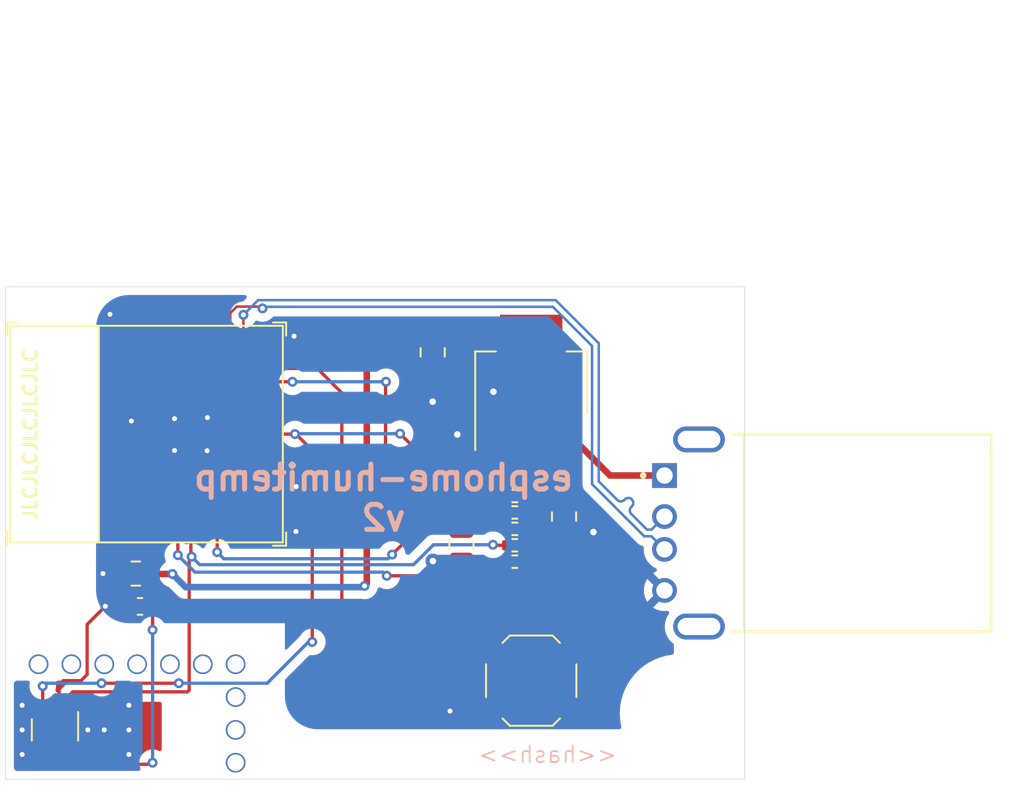
<source format=kicad_pcb>
(kicad_pcb (version 20221018) (generator pcbnew)
  (title_block (rev "1"))
  (layers (0 "F.Cu" signal "Front") (31 "B.Cu" signal "Back") (34 "B.Paste" user) (35 "F.Paste" user) (36 "B.SilkS" user "B.Silkscreen") (37 "F.SilkS" user "F.Silkscreen") (38 "B.Mask" user) (39 "F.Mask" user) (44 "Edge.Cuts" user))
  (net 0 "")
  (net 1 "VBUS")
  (net 2 "GND")
  (net 3 "+3V3")
  (net 4 "/EN")
  (net 5 "/GPIO0")
  (net 6 "D-")
  (net 7 "SDA")
  (net 8 "SCL")
  (net 9 "D+")
  (net 10 "Net-(U4-GPIO2{slash}ADC1_CH2)")
  (net 11 "Net-(U4-GPIO8)")
  (footprint "Resistor_SMD:R_0402_1005Metric" (layer "F.Cu") (at 121 66.75 180)
    (fp_text reference "R5" hide)
    (fp_text value "10k")
    (fp_line (start -0.153641 -0.38) (end 0.153641 -0.38) (stroke (width 0.12)) (layer "F.SilkS"))
    (fp_line (start -0.153641 0.38) (end 0.153641 0.38) (stroke (width 0.12)) (layer "F.SilkS"))
    (pad "1" smd roundrect (at -0.51 0 180) (size 0.54 0.64) (layers "F.Cu" "F.Paste" "F.Mask") (net 3 "+3V3"))
    (pad "2" smd roundrect (at 0.51 0 180) (size 0.54 0.64) (layers "F.Cu" "F.Paste" "F.Mask") (net 10 "Net-(U4-GPIO2{slash}ADC1_CH2)"))
  )
  (footprint "Capacitor_SMD:C_0805_2012Metric" (layer "F.Cu") (at 117.75 65.75 90)
    (fp_text reference "C4" hide)
    (fp_text value "10u")
    (fp_line (start -0.261252 -0.735) (end 0.261252 -0.735) (stroke (width 0.12)) (layer "F.SilkS"))
    (fp_line (start -0.261252 0.735) (end 0.261252 0.735) (stroke (width 0.12)) (layer "F.SilkS"))
    (pad "1" smd roundrect (at -0.95 0 90) (size 1 1.45) (layers "F.Cu" "F.Paste" "F.Mask") (net 2 "GND"))
    (pad "2" smd roundrect (at 0.95 0 90) (size 1 1.45) (layers "F.Cu" "F.Paste" "F.Mask") (net 4 "/EN"))
  )
  (footprint "MountingHole:MountingHole_3.2mm_M3" (layer "F.Cu") (at 131 76)
    (fp_text reference "H2" hide)
    (fp_text value "MountingHole")
    (pad "" np_thru_hole circle (at 0 0) (size 3.2 3.2) (drill 3.2) (layers "*.Cu" "*.Mask"))
  )
  (footprint "Resistor_SMD:R_0402_1005Metric" (layer "F.Cu") (at 121 63.75 180)
    (fp_text reference "R6" hide)
    (fp_text value "10k")
    (fp_line (start -0.153641 -0.38) (end 0.153641 -0.38) (stroke (width 0.12)) (layer "F.SilkS"))
    (fp_line (start -0.153641 0.38) (end 0.153641 0.38) (stroke (width 0.12)) (layer "F.SilkS"))
    (pad "1" smd roundrect (at -0.51 0 180) (size 0.54 0.64) (layers "F.Cu" "F.Paste" "F.Mask") (net 3 "+3V3"))
    (pad "2" smd roundrect (at 0.51 0 180) (size 0.54 0.64) (layers "F.Cu" "F.Paste" "F.Mask") (net 11 "Net-(U4-GPIO8)"))
  )
  (footprint "MountingHole:MountingHole_3.2mm_M3" (layer "F.Cu") (at 131 54)
    (fp_text reference "H1" hide)
    (fp_text value "MountingHole")
    (pad "" np_thru_hole circle (at 0 0) (size 3.2 3.2) (drill 3.2) (layers "*.Cu" "*.Mask"))
  )
  (footprint "Button_Switch_SMD:SW_Push_1P1T_XKB_TS-1187A" (layer "F.Cu") (at 122 74)
    (fp_text reference "SW1" hide)
    (fp_text value "RESET")
    (fp_line (start -2.75 -1) (end -2.75 1) (stroke (width 0.12)) (layer "F.SilkS"))
    (fp_line (start -1.75 -2.3) (end -1.3 -2.75) (stroke (width 0.12)) (layer "F.SilkS"))
    (fp_line (start -1.75 2.3) (end -1.3 2.75) (stroke (width 0.12)) (layer "F.SilkS"))
    (fp_line (start -1.3 -2.75) (end 1.3 -2.75) (stroke (width 0.12)) (layer "F.SilkS"))
    (fp_line (start -1.3 2.75) (end 1.3 2.75) (stroke (width 0.12)) (layer "F.SilkS"))
    (fp_line (start 1.75 -2.3) (end 1.3 -2.75) (stroke (width 0.12)) (layer "F.SilkS"))
    (fp_line (start 1.75 2.3) (end 1.3 2.75) (stroke (width 0.12)) (layer "F.SilkS"))
    (fp_line (start 2.75 -1) (end 2.75 1) (stroke (width 0.12)) (layer "F.SilkS"))
    (pad "1" smd rect (at -3 -1.875) (size 1 0.75) (layers "F.Cu" "F.Paste" "F.Mask") (net 5 "/GPIO0"))
    (pad "1" smd rect (at 3 -1.875) (size 1 0.75) (layers "F.Cu" "F.Paste" "F.Mask") (net 5 "/GPIO0"))
    (pad "2" smd rect (at -3 1.875) (size 1 0.75) (layers "F.Cu" "F.Paste" "F.Mask") (net 2 "GND"))
    (pad "2" smd rect (at 3 1.875) (size 1 0.75) (layers "F.Cu" "F.Paste" "F.Mask") (net 2 "GND"))
  )
  (footprint "Sensor_Humidity:Sensirion_DFN-8-1EP_2.5x2.5mm_P0.5mm_EP1.1x1.7mm" (layer "F.Cu") (at 93 77 -90)
    (fp_text reference "U1" hide)
    (fp_text value "SHT3x")
    (fp_line (start -1.09 -1.41) (end 0.65 -1.41) (stroke (width 0.12)) (layer "F.SilkS"))
    (fp_line (start -0.65 1.41) (end 0.65 1.41) (stroke (width 0.12)) (layer "F.SilkS"))
    (pad "1" smd rect (at -1.175 -0.75 270) (size 0.55 0.25) (layers "F.Cu" "F.Paste" "F.Mask") (net 7 "SDA"))
    (pad "2" smd rect (at -1.175 -0.25 270) (size 0.55 0.25) (layers "F.Cu" "F.Paste" "F.Mask") (net 2 "GND"))
    (pad "3" smd rect (at -1.175 0.25 270) (size 0.55 0.25) (layers "F.Cu" "F.Paste" "F.Mask"))
    (pad "4" smd rect (at -1.175 0.75 90) (size 0.55 0.25) (layers "F.Cu" "F.Paste" "F.Mask") (net 8 "SCL"))
    (pad "5" smd rect (at 1.175 0.75 270) (size 0.55 0.25) (layers "F.Cu" "F.Paste" "F.Mask") (net 3 "+3V3"))
    (pad "6" smd rect (at 1.175 0.25 270) (size 0.55 0.25) (layers "F.Cu" "F.Paste" "F.Mask"))
    (pad "7" smd rect (at 1.175 -0.25 270) (size 0.55 0.25) (layers "F.Cu" "F.Paste" "F.Mask") (net 2 "GND"))
    (pad "8" smd rect (at 1.175 -0.75 270) (size 0.55 0.25) (layers "F.Cu" "F.Paste" "F.Mask") (net 2 "GND"))
    (pad "9" smd custom (at 0 0 270) (size 1 1) (layers "F.Cu" "F.Mask") (net 2 "GND") (options (clearance outline) (anchor circle)) (primitives (gr_poly (pts (xy 0.5 0.85) (xy -0.5 0.85) (xy -0.5 -0.55) (xy -0.2 -0.85) (xy 0.5 -0.85)) (width 0) (fill yes))))
  )
  (footprint "Resistor_SMD:R_0402_1005Metric" (layer "F.Cu") (at 121 64.75 180)
    (fp_text reference "R4" hide)
    (fp_text value "10k")
    (fp_line (start -0.153641 -0.38) (end 0.153641 -0.38) (stroke (width 0.12)) (layer "F.SilkS"))
    (fp_line (start -0.153641 0.38) (end 0.153641 0.38) (stroke (width 0.12)) (layer "F.SilkS"))
    (pad "1" smd roundrect (at -0.51 0 180) (size 0.54 0.64) (layers "F.Cu" "F.Paste" "F.Mask") (net 3 "+3V3"))
    (pad "2" smd roundrect (at 0.51 0 180) (size 0.54 0.64) (layers "F.Cu" "F.Paste" "F.Mask") (net 4 "/EN"))
  )
  (footprint "Capacitor_SMD:C_0805_2012Metric" (layer "F.Cu") (at 124 64 -90)
    (fp_text reference "C1" hide)
    (fp_text value "1uF")
    (fp_line (start -0.261252 -0.735) (end 0.261252 -0.735) (stroke (width 0.12)) (layer "F.SilkS"))
    (fp_line (start -0.261252 0.735) (end 0.261252 0.735) (stroke (width 0.12)) (layer "F.SilkS"))
    (pad "1" smd roundrect (at -0.95 0 270) (size 1 1.45) (layers "F.Cu" "F.Paste" "F.Mask") (net 1 "VBUS"))
    (pad "2" smd roundrect (at 0.95 0 270) (size 1 1.45) (layers "F.Cu" "F.Paste" "F.Mask") (net 2 "GND"))
  )
  (footprint "Resistor_SMD:R_0402_1005Metric" (layer "F.Cu") (at 121 62.75 180)
    (fp_text reference "R3" hide)
    (fp_text value "10k")
    (fp_line (start -0.153641 -0.38) (end 0.153641 -0.38) (stroke (width 0.12)) (layer "F.SilkS"))
    (fp_line (start -0.153641 0.38) (end 0.153641 0.38) (stroke (width 0.12)) (layer "F.SilkS"))
    (pad "1" smd roundrect (at -0.51 0 180) (size 0.54 0.64) (layers "F.Cu" "F.Paste" "F.Mask") (net 3 "+3V3"))
    (pad "2" smd roundrect (at 0.51 0 180) (size 0.54 0.64) (layers "F.Cu" "F.Paste" "F.Mask") (net 8 "SCL"))
  )
  (footprint "MountingHole:MountingHole_3.2mm_M3" (layer "F.Cu") (at 100 36)
    (fp_text reference "H4" hide)
    (fp_text value "MountingHole")
    (pad "" np_thru_hole circle (at 0 0) (size 3.2 3.2) (drill 3.2) (layers "*.Cu" "*.Mask"))
  )
  (footprint "Capacitor_SMD:C_0603_1608Metric" (layer "F.Cu") (at 98.175 69.475)
    (fp_text reference "C5" hide)
    (fp_text value "0.1u")
    (fp_line (start -0.14058 -0.51) (end 0.14058 -0.51) (stroke (width 0.12)) (layer "F.SilkS"))
    (fp_line (start -0.14058 0.51) (end 0.14058 0.51) (stroke (width 0.12)) (layer "F.SilkS"))
    (pad "1" smd roundrect (at -0.775 0) (size 0.9 0.95) (layers "F.Cu" "F.Paste" "F.Mask") (net 2 "GND"))
    (pad "2" smd roundrect (at 0.775 0) (size 0.9 0.95) (layers "F.Cu" "F.Paste" "F.Mask") (net 3 "+3V3"))
  )
  (footprint "Capacitor_SMD:C_0805_2012Metric" (layer "F.Cu") (at 116 54 -90)
    (fp_text reference "C2" hide)
    (fp_text value "1uF")
    (fp_line (start -0.261252 -0.735) (end 0.261252 -0.735) (stroke (width 0.12)) (layer "F.SilkS"))
    (fp_line (start -0.261252 0.735) (end 0.261252 0.735) (stroke (width 0.12)) (layer "F.SilkS"))
    (pad "1" smd roundrect (at -0.95 0 270) (size 1 1.45) (layers "F.Cu" "F.Paste" "F.Mask") (net 3 "+3V3"))
    (pad "2" smd roundrect (at 0.95 0 270) (size 1 1.45) (layers "F.Cu" "F.Paste" "F.Mask") (net 2 "GND"))
  )
  (footprint "Resistor_SMD:R_0402_1005Metric" (layer "F.Cu") (at 121 65.75 180)
    (fp_text reference "R2" hide)
    (fp_text value "10k")
    (fp_line (start -0.153641 -0.38) (end 0.153641 -0.38) (stroke (width 0.12)) (layer "F.SilkS"))
    (fp_line (start -0.153641 0.38) (end 0.153641 0.38) (stroke (width 0.12)) (layer "F.SilkS"))
    (pad "1" smd roundrect (at -0.51 0 180) (size 0.54 0.64) (layers "F.Cu" "F.Paste" "F.Mask") (net 3 "+3V3"))
    (pad "2" smd roundrect (at 0.51 0 180) (size 0.54 0.64) (layers "F.Cu" "F.Paste" "F.Mask") (net 7 "SDA"))
  )
  (footprint "esphome-humitemp:MOLEX_48037-0001" (layer "F.Cu") (at 132.217865 65 90)
    (fp_text reference "J2" hide)
    (fp_text value "USB_IN")
    (fp_line (start -6 2) (end -6 2.75) (stroke (width 0.127)) (layer "F.SilkS"))
    (fp_line (start -6 2.75) (end -6 17.8) (stroke (width 0.127)) (layer "F.SilkS"))
    (fp_line (start -6 2.75) (end 6 2.75) (stroke (width 0.127)) (layer "F.SilkS"))
    (fp_line (start -6 17.8) (end 6 17.8) (stroke (width 0.127)) (layer "F.SilkS"))
    (fp_line (start 6 2.75) (end 6 2) (stroke (width 0.127)) (layer "F.SilkS"))
    (fp_line (start 6 17.8) (end 6 2.75) (stroke (width 0.127)) (layer "F.SilkS"))
    (fp_circle (center 3.5 -3.4) (end 3.6 -3.4) (stroke (width 0.2)) (fill none) (layer "F.SilkS"))
    (pad "" np_thru_hole circle (at -2.25 0 90) (size 1.25 1.25) (drill 1.25) (layers "*.Cu" "*.Mask"))
    (pad "" np_thru_hole circle (at 2.25 0 90) (size 1.25 1.25) (drill 1.25) (layers "*.Cu" "*.Mask"))
    (pad "1" thru_hole rect (at 3.5 -2.1 90) (size 1.508 1.508) (drill 1) (layers "*.Cu" "*.Mask") (net 1 "VBUS"))
    (pad "2" thru_hole circle (at 1 -2.1 90) (size 1.508 1.508) (drill 1) (layers "*.Cu" "*.Mask") (net 6 "D-"))
    (pad "3" thru_hole circle (at -1 -2.1 90) (size 1.508 1.508) (drill 1) (layers "*.Cu" "*.Mask") (net 9 "D+"))
    (pad "4" thru_hole circle (at -3.5 -2.1 90) (size 1.508 1.508) (drill 1) (layers "*.Cu" "*.Mask") (net 2 "GND"))
    (pad "S1" thru_hole oval (at 5.7 0 90) (size 1.575 3.15) (drill oval 1.05 2.6) (layers "*.Cu" "*.Mask"))
    (pad "S2" thru_hole oval (at -5.7 0 90) (size 1.575 3.15) (drill oval 1.05 2.6) (layers "*.Cu" "*.Mask"))
  )
  (footprint "Capacitor_SMD:C_0805_2012Metric" (layer "F.Cu") (at 97.925 67.475)
    (fp_text reference "C6" hide)
    (fp_text value "10u")
    (fp_line (start -0.261252 -0.735) (end 0.261252 -0.735) (stroke (width 0.12)) (layer "F.SilkS"))
    (fp_line (start -0.261252 0.735) (end 0.261252 0.735) (stroke (width 0.12)) (layer "F.SilkS"))
    (pad "1" smd roundrect (at -0.95 0) (size 1 1.45) (layers "F.Cu" "F.Paste" "F.Mask") (net 2 "GND"))
    (pad "2" smd roundrect (at 0.95 0) (size 1 1.45) (layers "F.Cu" "F.Paste" "F.Mask") (net 3 "+3V3"))
  )
  (footprint "Package_TO_SOT_SMD:SOT-223-3_TabPin2" (layer "F.Cu") (at 122 55.85 90)
    (fp_text reference "U3" hide)
    (fp_text value "AMS1117-3.3")
    (fp_line (start -4.1 -3.41) (end 1.91 -3.41) (stroke (width 0.12)) (layer "F.SilkS"))
    (fp_line (start -1.85 3.41) (end 1.91 3.41) (stroke (width 0.12)) (layer "F.SilkS"))
    (fp_line (start 1.91 -3.41) (end 1.91 -2.15) (stroke (width 0.12)) (layer "F.SilkS"))
    (fp_line (start 1.91 3.41) (end 1.91 2.15) (stroke (width 0.12)) (layer "F.SilkS"))
    (pad "1" smd rect (at -3.15 -2.3 90) (size 2 1.5) (layers "F.Cu" "F.Paste" "F.Mask") (net 2 "GND"))
    (pad "2" smd rect (at -3.15 0 90) (size 2 1.5) (layers "F.Cu" "F.Paste" "F.Mask") (net 3 "+3V3"))
    (pad "2" smd rect (at 3.15 0 90) (size 2 3.8) (layers "F.Cu" "F.Paste" "F.Mask") (net 3 "+3V3"))
    (pad "3" smd rect (at -3.15 2.3 90) (size 2 1.5) (layers "F.Cu" "F.Paste" "F.Mask") (net 1 "VBUS"))
  )
  (footprint "Espressif:ESP32-C3-MINI-1" (layer "F.Cu") (at 98.575 58.975 90)
    (fp_text reference "U4" hide)
    (fp_text value "ESP32-C3-MINI-1")
    (fp_line (start -6.8 7.7) (end -6.8 8.5) (stroke (width 0.12)) (layer "F.SilkS"))
    (fp_line (start -6.8 8.5) (end -6 8.5) (stroke (width 0.12)) (layer "F.SilkS"))
    (fp_line (start -6.6 -8.3) (end 6.6 -8.3) (stroke (width 0.12)) (layer "F.SilkS"))
    (fp_line (start -6.6 -2.9) (end 6.6 -2.9) (stroke (width 0.12)) (layer "F.SilkS"))
    (fp_line (start -6.6 8.3) (end -6.6 -8.3) (stroke (width 0.12)) (layer "F.SilkS"))
    (fp_line (start -5.925 -8.5) (end -6.775 -8.5) (stroke (width 0.12)) (layer "F.SilkS"))
    (fp_line (start 6.05 -8.5) (end 6.8 -8.5) (stroke (width 0.12)) (layer "F.SilkS"))
    (fp_line (start 6.6 -8.3) (end 6.6 8.3) (stroke (width 0.12)) (layer "F.SilkS"))
    (fp_line (start 6.6 8.3) (end -6.6 8.3) (stroke (width 0.12)) (layer "F.SilkS"))
    (fp_line (start 6.8 -8.5) (end 6.8 -7.9) (stroke (width 0.12)) (layer "F.SilkS"))
    (fp_line (start 6.8 7.7) (end 6.8 8.5) (stroke (width 0.12)) (layer "F.SilkS"))
    (fp_line (start 6.8 8.5) (end 6 8.5) (stroke (width 0.12)) (layer "F.SilkS"))
    (pad "1" smd rect (at -5.9 -1.3 180) (size 0.4 0.8) (layers "F.Cu" "F.Paste" "F.Mask") (net 2 "GND"))
    (pad "2" smd rect (at -5.9 -0.5 180) (size 0.4 0.8) (layers "F.Cu" "F.Paste" "F.Mask") (net 2 "GND"))
    (pad "3" smd rect (at -5.9 0.3 180) (size 0.4 0.8) (layers "F.Cu" "F.Paste" "F.Mask") (net 3 "+3V3"))
    (pad "4" smd rect (at -5.9 1.1 180) (size 0.4 0.8) (layers "F.Cu" "F.Paste" "F.Mask"))
    (pad "5" smd rect (at -5.9 1.9 180) (size 0.4 0.8) (layers "F.Cu" "F.Paste" "F.Mask") (net 10 "Net-(U4-GPIO2{slash}ADC1_CH2)"))
    (pad "6" smd rect (at -5.9 2.7 180) (size 0.4 0.8) (layers "F.Cu" "F.Paste" "F.Mask") (net 7 "SDA"))
    (pad "7" smd rect (at -5.9 3.5 180) (size 0.4 0.8) (layers "F.Cu" "F.Paste" "F.Mask"))
    (pad "8" smd rect (at -5.9 4.3 180) (size 0.4 0.8) (layers "F.Cu" "F.Paste" "F.Mask") (net 4 "/EN"))
    (pad "9" smd rect (at -5.9 5.1 180) (size 0.4 0.8) (layers "F.Cu" "F.Paste" "F.Mask"))
    (pad "10" smd rect (at -5.9 5.9 180) (size 0.4 0.8) (layers "F.Cu" "F.Paste" "F.Mask"))
    (pad "11" smd rect (at -5.9 6.7 180) (size 0.4 0.8) (layers "F.Cu" "F.Paste" "F.Mask") (net 2 "GND"))
    (pad "12" smd rect (at -4.8 7.6 90) (size 0.4 0.8) (layers "F.Cu" "F.Paste" "F.Mask"))
    (pad "13" smd rect (at -4 7.6 90) (size 0.4 0.8) (layers "F.Cu" "F.Paste" "F.Mask"))
    (pad "14" smd rect (at -3.2 7.6 90) (size 0.4 0.8) (layers "F.Cu" "F.Paste" "F.Mask") (net 2 "GND"))
    (pad "15" smd rect (at -2.4 7.6 90) (size 0.4 0.8) (layers "F.Cu" "F.Paste" "F.Mask"))
    (pad "16" smd rect (at -1.6 7.6 90) (size 0.4 0.8) (layers "F.Cu" "F.Paste" "F.Mask"))
    (pad "17" smd rect (at -0.8 7.6 90) (size 0.4 0.8) (layers "F.Cu" "F.Paste" "F.Mask"))
    (pad "18" smd rect (at 0 7.6 90) (size 0.4 0.8) (layers "F.Cu" "F.Paste" "F.Mask") (net 8 "SCL"))
    (pad "19" smd rect (at 0.8 7.6 90) (size 0.4 0.8) (layers "F.Cu" "F.Paste" "F.Mask"))
    (pad "20" smd rect (at 1.6 7.6 90) (size 0.4 0.8) (layers "F.Cu" "F.Paste" "F.Mask"))
    (pad "21" smd rect (at 2.4 7.6 90) (size 0.4 0.8) (layers "F.Cu" "F.Paste" "F.Mask"))
    (pad "22" smd rect (at 3.2 7.6 90) (size 0.4 0.8) (layers "F.Cu" "F.Paste" "F.Mask") (net 11 "Net-(U4-GPIO8)"))
    (pad "23" smd rect (at 4 7.6 90) (size 0.4 0.8) (layers "F.Cu" "F.Paste" "F.Mask") (net 5 "/GPIO0"))
    (pad "24" smd rect (at 4.8 7.6 90) (size 0.4 0.8) (layers "F.Cu" "F.Paste" "F.Mask"))
    (pad "25" smd rect (at 5.9 6.7 180) (size 0.4 0.8) (layers "F.Cu" "F.Paste" "F.Mask"))
    (pad "26" smd rect (at 5.9 5.9 180) (size 0.4 0.8) (layers "F.Cu" "F.Paste" "F.Mask") (net 6 "D-"))
    (pad "27" smd rect (at 5.9 5.1 180) (size 0.4 0.8) (layers "F.Cu" "F.Paste" "F.Mask") (net 9 "D+"))
    (pad "28" smd rect (at 5.9 4.3 180) (size 0.4 0.8) (layers "F.Cu" "F.Paste" "F.Mask"))
    (pad "29" smd rect (at 5.9 3.5 180) (size 0.4 0.8) (layers "F.Cu" "F.Paste" "F.Mask"))
    (pad "30" smd rect (at 5.9 2.7 180) (size 0.4 0.8) (layers "F.Cu" "F.Paste" "F.Mask"))
    (pad "31" smd rect (at 5.9 1.9 180) (size 0.4 0.8) (layers "F.Cu" "F.Paste" "F.Mask"))
    (pad "32" smd rect (at 5.9 1.1 180) (size 0.4 0.8) (layers "F.Cu" "F.Paste" "F.Mask"))
    (pad "33" smd rect (at 5.9 0.3 180) (size 0.4 0.8) (layers "F.Cu" "F.Paste" "F.Mask"))
    (pad "34" smd rect (at 5.9 -0.5 180) (size 0.4 0.8) (layers "F.Cu" "F.Paste" "F.Mask"))
    (pad "35" smd rect (at 5.9 -1.3 180) (size 0.4 0.8) (layers "F.Cu" "F.Paste" "F.Mask"))
    (pad "36" smd rect (at 4.8 -2.2 90) (size 0.4 0.8) (layers "F.Cu" "F.Paste" "F.Mask") (net 2 "GND"))
    (pad "37" smd rect (at 4 -2.2 90) (size 0.4 0.8) (layers "F.Cu" "F.Paste" "F.Mask") (net 2 "GND"))
    (pad "38" smd rect (at 3.2 -2.2 90) (size 0.4 0.8) (layers "F.Cu" "F.Paste" "F.Mask") (net 2 "GND"))
    (pad "39" smd rect (at 2.4 -2.2 90) (size 0.4 0.8) (layers "F.Cu" "F.Paste" "F.Mask") (net 2 "GND"))
    (pad "40" smd rect (at 1.6 -2.2 90) (size 0.4 0.8) (layers "F.Cu" "F.Paste" "F.Mask") (net 2 "GND"))
    (pad "41" smd rect (at 0.8 -2.2 90) (size 0.4 0.8) (layers "F.Cu" "F.Paste" "F.Mask") (net 2 "GND"))
    (pad "42" smd rect (at 0 -2.2 90) (size 0.4 0.8) (layers "F.Cu" "F.Paste" "F.Mask") (net 2 "GND"))
    (pad "43" smd rect (at -0.8 -2.2 90) (size 0.4 0.8) (layers "F.Cu" "F.Paste" "F.Mask") (net 2 "GND"))
    (pad "44" smd rect (at -1.6 -2.2 90) (size 0.4 0.8) (layers "F.Cu" "F.Paste" "F.Mask") (net 2 "GND"))
    (pad "45" smd rect (at -2.4 -2.2 90) (size 0.4 0.8) (layers "F.Cu" "F.Paste" "F.Mask") (net 2 "GND"))
    (pad "46" smd rect (at -3.2 -2.2 90) (size 0.4 0.8) (layers "F.Cu" "F.Paste" "F.Mask") (net 2 "GND"))
    (pad "47" smd rect (at -4 -2.2 90) (size 0.4 0.8) (layers "F.Cu" "F.Paste" "F.Mask") (net 2 "GND"))
    (pad "48" smd rect (at -4.8 -2.2 90) (size 0.4 0.8) (layers "F.Cu" "F.Paste" "F.Mask") (net 2 "GND"))
    (pad "49" smd custom (at -1.975 0.725 90) (size 0.8 0.8) (layers "F.Cu" "F.Paste" "F.Mask") (net 2 "GND") (options (clearance outline) (anchor rect)) (primitives (gr_poly (pts (xy 0.725 0.725) (xy -0.725 0.725) (xy -0.725 -0.125) (xy -0.125 -0.725) (xy 0.725 -0.725)) (width 0) (fill yes))))
    (pad "49" smd rect (at -1.975 2.7 180) (size 1.45 1.45) (layers "F.Cu" "F.Paste" "F.Mask") (net 2 "GND"))
    (pad "49" smd rect (at -1.975 4.675 180) (size 1.45 1.45) (layers "F.Cu" "F.Paste" "F.Mask") (net 2 "GND"))
    (pad "49" smd rect (at 0 0.725 180) (size 1.45 1.45) (layers "F.Cu" "F.Paste" "F.Mask") (net 2 "GND"))
    (pad "49" smd rect (at 0 2.7 180) (size 1.45 1.45) (layers "F.Cu" "F.Paste" "F.Mask") (net 2 "GND"))
    (pad "49" smd rect (at 0 4.675 180) (size 1.45 1.45) (layers "F.Cu" "F.Paste" "F.Mask") (net 2 "GND"))
    (pad "49" smd rect (at 1.975 0.725 180) (size 1.45 1.45) (layers "F.Cu" "F.Paste" "F.Mask") (net 2 "GND"))
    (pad "49" smd rect (at 1.975 2.7 180) (size 1.45 1.45) (layers "F.Cu" "F.Paste" "F.Mask") (net 2 "GND"))
    (pad "49" smd rect (at 1.975 4.675 180) (size 1.45 1.45) (layers "F.Cu" "F.Paste" "F.Mask") (net 2 "GND"))
    (pad "50" smd rect (at 5.95 -2.25 180) (size 0.7 0.7) (layers "F.Cu" "F.Paste" "F.Mask") (net 2 "GND"))
    (pad "51" smd rect (at 5.95 7.65 180) (size 0.7 0.7) (layers "F.Cu" "F.Paste" "F.Mask") (net 2 "GND"))
    (pad "52" smd rect (at -5.95 7.65 180) (size 0.7 0.7) (layers "F.Cu" "F.Paste" "F.Mask") (net 2 "GND"))
    (pad "53" smd rect (at -5.95 -2.25 180) (size 0.7 0.7) (layers "F.Cu" "F.Paste" "F.Mask") (net 2 "GND"))
    (zone (net 0) (net_name "") (layers "*.Cu") (name "antenna keepout") (connect_pads (clearance 0)) (min_thickness 0.254)
      (keepout (tracks not_allowed) (vias not_allowed) (pads not_allowed) (copperpour not_allowed) (footprints not_allowed))
      (fill (thermal_gap 0.508) (thermal_bridge_width 0.508))
      (polygon (pts (xy 95.675 52.375) (xy 95.675 65.575) (xy 90.275 65.575) (xy 90.275 52.375)))
    )
  )
  (gr_rect (start 90 50) (end 135 80) (stroke (width 0.0381)) (fill none) (layer "Edge.Cuts"))
  (gr_text "esphome-humitemp\nv2" (at 113 62.865) (layer "B.SilkS") (effects (font (size 1.524 1.524) (thickness 0.3048)) (justify mirror)))
  (gr_text "<<hash>>" (at 123 78.5) (layer "B.SilkS") (effects (font (size 1 1) (thickness 0.1)) (justify mirror)))
  (gr_text "JLCJLCJLCJLCJLC" (at 91.5 59 90) (layer "F.SilkS") (effects (font (size 0.8128 0.8128) (thickness 0.1524))))
  (via (at 104 77) (size 1.2) (drill 1) (layers "F.Cu" "B.Cu") (net 0))
  (via (at 100 73) (size 1.2) (drill 1) (layers "F.Cu" "B.Cu") (net 0))
  (via (at 102 73) (size 1.2) (drill 1) (layers "F.Cu" "B.Cu") (net 0))
  (via (at 92 73) (size 1.2) (drill 1) (layers "F.Cu" "B.Cu") (net 0))
  (via (at 104 79) (size 1.2) (drill 1) (layers "F.Cu" "B.Cu") (net 0))
  (via (at 98 73) (size 1.2) (drill 1) (layers "F.Cu" "B.Cu") (net 0))
  (via (at 104 73) (size 1.2) (drill 1) (layers "F.Cu" "B.Cu") (net 0))
  (via (at 104 75) (size 1.2) (drill 1) (layers "F.Cu" "B.Cu") (net 0))
  (via (at 94 73) (size 1.2) (drill 1) (layers "F.Cu" "B.Cu") (net 0))
  (via (at 96 73) (size 1.2) (drill 1) (layers "F.Cu" "B.Cu") (net 0))
  (segment (start 124.3 59) (end 124.3 62.75) (width 0.4) (layer "F.Cu") (net 1))
  (segment (start 124.3 62.75) (end 124 63.05) (width 0.4) (layer "F.Cu") (net 1))
  (segment (start 130.117865 61.5) (end 126.8 61.5) (width 0.4) (layer "F.Cu") (net 1))
  (segment (start 126.8 61.5) (end 124.3 59) (width 0.4) (layer "F.Cu") (net 1))
  (segment (start 93.25 74.25) (end 93.25 75.825) (width 0.2) (layer "F.Cu") (net 2))
  (segment (start 96.375 58.975) (end 99.3 58.975) (width 0.2) (layer "F.Cu") (net 2))
  (segment (start 93.75 78.175) (end 93.25 78.175) (width 0.2) (layer "F.Cu") (net 2))
  (segment (start 95 77) (end 96 77) (width 0.2) (layer "F.Cu") (net 2))
  (segment (start 93 77) (end 93.25 76.75) (width 0.2) (layer "F.Cu") (net 2))
  (segment (start 102.278125 57.971875) (end 102.281923 57.971875) (width 0.2) (layer "F.Cu") (net 2))
  (segment (start 100.335474 58.035474) (end 102.266024 59.966024) (width 0.2) (layer "F.Cu") (net 2))
  (segment (start 119.699999 56.392456) (end 119.7 56.392457) (width 0.4) (layer "F.Cu") (net 2))
  (segment (start 116.022612 66.7) (end 116.011279 66.711333) (width 0.2) (layer "F.Cu") (net 2))
  (segment (start 96.065157 69.467327) (end 94.956054 70.57643) (width 0.2) (layer "F.Cu") (net 2))
  (segment (start 96.325 53.025) (end 96.325 51.701962) (width 0.2) (layer "F.Cu") (net 2))
  (segment (start 124 64.95) (end 125.786039 64.95) (width 0.2) (layer "F.Cu") (net 2))
  (segment (start 99.3 57) (end 100.278566 57.978566) (width 0.2) (layer "F.Cu") (net 2))
  (segment (start 99.3 60.95) (end 100.274768 59.975232) (width 0.2) (layer "F.Cu") (net 2))
  (segment (start 97.4 69.475) (end 96.07283 69.475) (width 0.2) (layer "F.Cu") (net 2))
  (segment (start 93 77) (end 93.25 77.25) (width 0.2) (layer "F.Cu") (net 2))
  (segment (start 100.274768 59.975232) (end 100.278566 59.975232) (width 0.2) (layer "F.Cu") (net 2))
  (segment (start 100.278566 59.975232) (end 100.278566 59.971434) (width 0.2) (layer "F.Cu") (net 2))
  (segment (start 116 54.95) (end 116 57) (width 0.4) (layer "F.Cu") (net 2))
  (segment (start 99.3 57) (end 103.25 57) (width 0.2) (layer "F.Cu") (net 2))
  (segment (start 107.692792 62.175) (end 107.693107 62.174685) (width 0.2) (layer "F.Cu") (net 2))
  (segment (start 106.175 62.175) (end 107.692792 62.175) (width 0.2) (layer "F.Cu") (net 2))
  (segment (start 125.786039 64.95) (end 125.789568 64.946471) (width 0.2) (layer "F.Cu") (net 2))
  (segment (start 96.375 58.175) (end 97.651552 58.175) (width 0.2) (layer "F.Cu") (net 2))
  (segment (start 96.325 64.925) (end 98.025 64.925) (width 0.2) (layer "F.Cu") (net 2))
  (segment (start 117.75 66.7) (end 116.022612 66.7) (width 0.2) (layer "F.Cu") (net 2))
  (segment (start 106.225 64.925) (end 107.656333 64.925) (width 0.2) (layer "F.Cu") (net 2))
  (segment (start 102.266024 59.991132) (end 102.291132 59.991132) (width 0.2) (layer "F.Cu") (net 2))
  (segment (start 94.956054 73.628724) (end 94.584778 74) (width 0.2) (layer "F.Cu") (net 2))
  (segment (start 107.656333 64.925) (end 107.671907 64.909426) (width 0.2) (layer "F.Cu") (net 2))
  (segment (start 93 77) (end 95 77) (width 0.2) (layer "F.Cu") (net 2))
  (segment (start 117.076017 75.875) (end 117.055287 75.85427) (width 0.2) (layer "F.Cu") (net 2))
  (segment (start 105.275 64.875) (end 106.175 64.875) (width 0.2) (layer "F.Cu") (net 2))
  (segment (start 119.7 59) (end 117.5 59) (width 0.4) (layer "F.Cu") (net 2))
  (segment (start 103.25 57) (end 103.25 60.95) (width 0.2) (layer "F.Cu") (net 2))
  (segment (start 100.278566 57.978566) (end 100.278566 58.035474) (width 0.2) (layer "F.Cu") (net 2))
  (segment (start 102.291132 59.991132) (end 103.25 60.95) (width 0.2) (layer "F.Cu") (net 2))
  (segment (start 100.278566 58.035474) (end 100.335474 58.035474) (width 0.2) (layer "F.Cu") (net 2))
  (segment (start 119 75.875) (end 125 75.875) (width 0.2) (layer "F.Cu") (net 2))
  (segment (start 98.025 64.925) (end 98.075 64.875) (width 0.2) (layer "F.Cu") (net 2))
  (segment (start 119.7 56.392457) (end 119.7 59) (width 0.4) (layer "F.Cu") (net 2))
  (segment (start 96.325 53.025) (end 96.325 64.925) (width 0.2) (layer "F.Cu") (net 2))
  (segment (start 103.25 60.95) (end 99.3 60.95) (width 0.2) (layer "F.Cu") (net 2))
  (segment (start 119 75.875) (end 117.076017 75.875) (width 0.2) (layer "F.Cu") (net 2))
  (segment (start 96.325 51.701962) (end 96.351351 51.675611) (width 0.2) (layer "F.Cu") (net 2))
  (segment (start 93.25 76.75) (end 93.25 75.825) (width 0.2) (layer "F.Cu") (net 2))
  (segment (start 102.281923 57.971875) (end 102.281923 57.968077) (width 0.2) (layer "F.Cu") (net 2))
  (segment (start 107.546791 53.025) (end 107.560609 53.011182) (width 0.2) (layer "F.Cu") (net 2))
  (segment (start 94.956054 70.57643) (end 94.956054 73.628724) (width 0.2) (layer "F.Cu") (net 2))
  (segment (start 93.5 74) (end 93.25 74.25) (width 0.2) (layer "F.Cu") (net 2))
  (segment (start 106.225 53.025) (end 107.546791 53.025) (width 0.2) (layer "F.Cu") (net 2))
  (segment (start 97.651552 58.175) (end 97.655123 58.178571) (width 0.2) (layer "F.Cu") (net 2))
  (segment (start 94.584778 74) (end 93.5 74) (width 0.2) (layer "F.Cu") (net 2))
  (segment (start 93.25 77.25) (end 93.25 78.175) (width 0.2) (layer "F.Cu") (net 2))
  (segment (start 102.266024 59.966024) (end 102.266024 59.991132) (width 0.2) (layer "F.Cu") (net 2))
  (segment (start 103.25 58.975) (end 99.3 58.975) (width 0.2) (layer "F.Cu") (net 2))
  (segment (start 102.281923 57.968077) (end 103.25 57) (width 0.2) (layer "F.Cu") (net 2))
  (segment (start 100.278566 59.971434) (end 102.278125 57.971875) (width 0.2) (layer "F.Cu") (net 2))
  (segment (start 99.3 57) (end 99.3 60.95) (width 0.2) (layer "F.Cu") (net 2))
  (segment (start 106.175 64.875) (end 106.225 64.925) (width 0.2) (layer "F.Cu") (net 2))
  (segment (start 96.07283 69.475) (end 96.065157 69.467327) (width 0.2) (layer "F.Cu") (net 2))
  (segment (start 95.92206 67.475) (end 96.975 67.475) (width 0.2) (layer "F.Cu") (net 2))
  (via (at 116 57) (size 0.9) (drill 0.4) (layers "F.Cu" "B.Cu") (net 2))
  (via (at 116.011279 66.711333) (size 0.9) (drill 0.4) (layers "F.Cu" "B.Cu") (net 2))
  (via (at 96 77) (size 0.6) (drill 0.3) (layers "F.Cu" "B.Cu") (net 2))
  (via (at 125.789568 64.946471) (size 0.9) (drill 0.4) (layers "F.Cu" "B.Cu") (net 2))
  (via (at 117.5 59) (size 0.9) (drill 0.4) (layers "F.Cu" "B.Cu") (net 2))
  (via (at 97.5 77) (size 0.6) (drill 0.3) (layers "F.Cu" "B.Cu") (net 2))
  (via (at 97.5 75.5) (size 0.6) (drill 0.3) (layers "F.Cu" "B.Cu") (net 2))
  (via (at 91 75.5) (size 0.6) (drill 0.3) (layers "F.Cu" "B.Cu") (net 2))
  (via (at 102.281923 57.971875) (size 0.6) (drill 0.3) (layers "F.Cu" "B.Cu") (net 2))
  (via (at 91 78.5) (size 0.6) (drill 0.3) (layers "F.Cu" "B.Cu") (net 2))
  (via (at 97.5 78.5) (size 0.6) (drill 0.3) (layers "F.Cu" "B.Cu") (net 2))
  (via (at 117.055287 75.85427) (size 0.6) (drill 0.3) (layers "F.Cu" "B.Cu") (net 2))
  (via (at 107.671907 64.909426) (size 0.6) (drill 0.3) (layers "F.Cu" "B.Cu") (net 2))
  (via (at 100.278566 58.035474) (size 0.6) (drill 0.3) (layers "F.Cu" "B.Cu") (net 2))
  (via (at 95 77) (size 0.6) (drill 0.3) (layers "F.Cu" "B.Cu") (net 2))
  (via (at 96.351351 51.675611) (size 0.6) (drill 0.3) (layers "F.Cu" "B.Cu") (net 2))
  (via (at 107.560609 53.011182) (size 0.6) (drill 0.3) (layers "F.Cu" "B.Cu") (net 2))
  (via (at 97.655123 58.178571) (size 0.6) (drill 0.3) (layers "F.Cu" "B.Cu") (net 2))
  (via (at 95.92206 67.475) (size 0.6) (drill 0.3) (layers "F.Cu" "B.Cu") (net 2))
  (via (at 119.699999 56.392456) (size 0.9) (drill 0.4) (layers "F.Cu" "B.Cu") (net 2))
  (via (at 107.693107 62.174685) (size 0.6) (drill 0.3) (layers "F.Cu" "B.Cu") (net 2))
  (via (at 96.065157 69.467327) (size 0.6) (drill 0.3) (layers "F.Cu" "B.Cu") (net 2))
  (via (at 100.278566 59.975232) (size 0.6) (drill 0.3) (layers "F.Cu" "B.Cu") (net 2))
  (via (at 102.266024 59.991132) (size 0.6) (drill 0.3) (layers "F.Cu" "B.Cu") (net 2))
  (via (at 91 77) (size 0.6) (drill 0.3) (layers "F.Cu" "B.Cu") (net 2))
  (segment (start 111.986016 68.088914) (end 111.986016 53.63657) (width 0.4) (layer "F.Cu") (net 3))
  (segment (start 98.880728 67.469272) (end 98.875 67.475) (width 0.4) (layer "F.Cu") (net 3))
  (segment (start 98.943755 70.908856) (end 98.943755 69.481245) (width 0.2) (layer "F.Cu") (net 3))
  (segment (start 112.572586 53.05) (end 116 53.05) (width 0.4) (layer "F.Cu") (net 3))
  (segment (start 98.875 67.475) (end 98.875 64.875) (width 0.4) (layer "F.Cu") (net 3))
  (segment (start 122 52.7) (end 122 59) (width 0.4) (layer "F.Cu") (net 3))
  (segment (start 92.440795 79.09718) (end 92.25 78.906385) (width 0.2) (layer "F.Cu") (net 3))
  (segment (start 116.35 52.7) (end 116 53.05) (width 0.4) (layer "F.Cu") (net 3))
  (segment (start 98.943755 79) (end 98.770641 79) (width 0.2) (layer "F.Cu") (net 3))
  (segment (start 98.95 69.475) (end 98.95 67.55) (width 0.4) (layer "F.Cu") (net 3))
  (segment (start 98.943755 69.481245) (end 98.95 69.475) (width 0.2) (layer "F.Cu") (net 3))
  (segment (start 98.770641 79) (end 98.673461 79.09718) (width 0.2) (layer "F.Cu") (net 3))
  (segment (start 122 59) (end 122 61.215501) (width 0.4) (layer "F.Cu") (net 3))
  (segment (start 92.25 78.906385) (end 92.25 78.175) (width 0.2) (layer "F.Cu") (net 3))
  (segment (start 98.95 67.55) (end 98.875 67.475) (width 0.4) (layer "F.Cu") (net 3))
  (segment (start 98.673461 79.09718) (end 92.440795 79.09718) (width 0.2) (layer "F.Cu") (net 3))
  (segment (start 122 52.7) (end 116.35 52.7) (width 0.4) (layer "F.Cu") (net 3))
  (segment (start 111.848867 68.226063) (end 111.986016 68.088914) (width 0.4) (layer "F.Cu") (net 3))
  (segment (start 122 61.215501) (end 121.51 61.705501) (width 0.4) (layer "F.Cu") (net 3))
  (segment (start 111.986016 53.63657) (end 112.572586 53.05) (width 0.4) (layer "F.Cu") (net 3))
  (segment (start 121.51 61.705501) (end 121.51 66.75) (width 0.4) (layer "F.Cu") (net 3))
  (segment (start 100.151369 67.50107) (end 98.90107 67.50107) (width 0.4) (layer "F.Cu") (net 3))
  (segment (start 98.90107 67.50107) (end 98.875 67.475) (width 0.4) (layer "F.Cu") (net 3))
  (via (at 111.848867 68.226063) (size 0.6) (drill 0.3) (layers "F.Cu" "B.Cu") (net 3))
  (via (at 98.943755 79) (size 0.6) (drill 0.3) (layers "F.Cu" "B.Cu") (net 3))
  (via (at 98.943755 70.908856) (size 0.6) (drill 0.3) (layers "F.Cu" "B.Cu") (net 3))
  (via (at 100.151369 67.50107) (size 0.6) (drill 0.3) (layers "F.Cu" "B.Cu") (net 3))
  (segment (start 111.848867 68.226063) (end 111.772923 68.302007) (width 0.4) (layer "B.Cu") (net 3))
  (segment (start 98.943755 79) (end 98.943755 70.908856) (width 0.2) (layer "B.Cu") (net 3))
  (segment (start 100.952306 68.302007) (end 100.151369 67.50107) (width 0.4) (layer "B.Cu") (net 3))
  (segment (start 111.772923 68.302007) (end 100.952306 68.302007) (width 0.4) (layer "B.Cu") (net 3))
  (segment (start 102.876159 66.167121) (end 102.876159 65.130159) (width 0.2) (layer "F.Cu") (net 4))
  (segment (start 117.8 64.75) (end 117.75 64.8) (width 0.2) (layer "F.Cu") (net 4))
  (segment (start 102.876159 65.130159) (end 102.875 65.129) (width 0.2) (layer "F.Cu") (net 4))
  (segment (start 115.047099 64.8) (end 117.75 64.8) (width 0.2) (layer "F.Cu") (net 4))
  (segment (start 113.530899 66.3162) (end 115.047099 64.8) (width 0.2) (layer "F.Cu") (net 4))
  (segment (start 102.875 65.129) (end 102.875 64.875) (width 0.2) (layer "F.Cu") (net 4))
  (segment (start 120.49 64.75) (end 117.8 64.75) (width 0.2) (layer "F.Cu") (net 4))
  (via (at 102.876159 66.167121) (size 0.6) (drill 0.3) (layers "F.Cu" "B.Cu") (net 4))
  (via (at 113.530899 66.3162) (size 0.6) (drill 0.3) (layers "F.Cu" "B.Cu") (net 4))
  (segment (start 103.281198 66.57216) (end 113.274939 66.57216) (width 0.2) (layer "B.Cu") (net 4))
  (segment (start 102.876159 66.167121) (end 103.281198 66.57216) (width 0.2) (layer "B.Cu") (net 4))
  (segment (start 113.274939 66.57216) (end 113.530899 66.3162) (width 0.2) (layer "B.Cu") (net 4))
  (segment (start 119 72.125) (end 110.625 72.125) (width 0.2) (layer "F.Cu") (net 5))
  (segment (start 125 72.125) (end 119 72.125) (width 0.2) (layer "F.Cu") (net 5))
  (segment (start 110.625 72.125) (end 110.467935 71.967935) (width 0.2) (layer "F.Cu") (net 5))
  (segment (start 110.467935 56.467935) (end 108.975 54.975) (width 0.2) (layer "F.Cu") (net 5))
  (segment (start 108.975 54.975) (end 106.175 54.975) (width 0.2) (layer "F.Cu") (net 5))
  (segment (start 110.467935 71.967935) (end 110.467935 56.467935) (width 0.2) (layer "F.Cu") (net 5))
  (segment (start 104.475 51.710006) (end 104.475 53.075) (width 0.1524) (layer "F.Cu") (net 6))
  (via (at 104.475 51.710006) (size 0.6) (drill 0.3) (layers "F.Cu" "B.Cu") (net 6))
  (segment (start 129.051549 64.796799) (end 129.321066 64.796799) (width 0.1524) (layer "B.Cu") (net 6))
  (segment (start 127.669238 62.990224) (end 127.704061 62.955402) (width 0.1524) (layer "B.Cu") (net 6))
  (segment (start 104.475 51.710006) (end 105.369835 50.815171) (width 0.1524) (layer "B.Cu") (net 6))
  (segment (start 105.369835 50.815171) (end 123.488789 50.815171) (width 0.1524) (layer "B.Cu") (net 6))
  (segment (start 128.093501 63.838751) (end 128.093502 63.838752) (width 0.1524) (layer "B.Cu") (net 6))
  (segment (start 128.128325 63.379666) (end 128.093501 63.414487) (width 0.1524) (layer "B.Cu") (net 6))
  (segment (start 123.488789 50.815171) (end 126.112015 53.438397) (width 0.1524) (layer "B.Cu") (net 6))
  (segment (start 127.669239 62.990223) (end 127.669238 62.990224) (width 0.1524) (layer "B.Cu") (net 6))
  (segment (start 129.321066 64.796799) (end 130.117865 64) (width 0.1524) (layer "B.Cu") (net 6))
  (segment (start 126.112015 61.857265) (end 127.244974 62.990224) (width 0.1524) (layer "B.Cu") (net 6))
  (segment (start 128.128324 63.379667) (end 128.128325 63.379666) (width 0.1524) (layer "B.Cu") (net 6))
  (segment (start 126.112015 53.438397) (end 126.112015 61.857265) (width 0.1524) (layer "B.Cu") (net 6))
  (segment (start 128.093502 63.838752) (end 129.051549 64.796799) (width 0.1524) (layer "B.Cu") (net 6))
  (arc (start 128.093501 63.414487) (mid 128.005633 63.626619) (end 128.093501 63.838751) (width 0.1524) (layer "B.Cu") (net 6))
  (arc (start 127.704061 62.955402) (mid 127.916193 62.867534) (end 128.128325 62.955402) (width 0.1524) (layer "B.Cu") (net 6))
  (arc (start 127.244974 62.990224) (mid 127.457108 63.078093) (end 127.669239 62.990223) (width 0.1524) (layer "B.Cu") (net 6))
  (arc (start 128.128325 62.955402) (mid 128.216192 63.167534) (end 128.128324 63.379667) (width 0.1524) (layer "B.Cu") (net 6))
  (segment (start 101.275 66.400678) (end 101.275 64.875) (width 0.2) (layer "F.Cu") (net 7))
  (segment (start 101.173 66.598214) (end 101.173 74.570529) (width 0.2) (layer "F.Cu") (net 7))
  (segment (start 101.173 74.570529) (end 101.061523 74.682006) (width 0.2) (layer "F.Cu") (net 7))
  (segment (start 119.701261 65.75) (end 119.671154 65.719893) (width 0.2) (layer "F.Cu") (net 7))
  (segment (start 93.75 75.013579) (end 93.75 75.825) (width 0.2) (layer "F.Cu") (net 7))
  (segment (start 101.061523 74.682006) (end 94.081573 74.682006) (width 0.2) (layer "F.Cu") (net 7))
  (segment (start 101.322768 66.448446) (end 101.173 66.598214) (width 0.2) (layer "F.Cu") (net 7))
  (segment (start 94.081573 74.682006) (end 93.75 75.013579) (width 0.2) (layer "F.Cu") (net 7))
  (segment (start 120.49 65.75) (end 119.701261 65.75) (width 0.2) (layer "F.Cu") (net 7))
  (segment (start 101.322768 66.448446) (end 101.275 66.400678) (width 0.2) (layer "F.Cu") (net 7))
  (via (at 101.322768 66.448446) (size 0.6) (drill 0.3) (layers "F.Cu" "B.Cu") (net 7))
  (via (at 119.671154 65.719893) (size 0.6) (drill 0.3) (layers "F.Cu" "B.Cu") (net 7))
  (segment (start 114.830184 66.935005) (end 116.045296 65.719893) (width 0.2) (layer "B.Cu") (net 7))
  (segment (start 101.322768 66.448446) (end 101.809327 66.935005) (width 0.2) (layer "B.Cu") (net 7))
  (segment (start 116.045296 65.719893) (end 119.671154 65.719893) (width 0.2) (layer "B.Cu") (net 7))
  (segment (start 101.809327 66.935005) (end 114.830184 66.935005) (width 0.2) (layer "B.Cu") (net 7))
  (segment (start 120.49 62.75) (end 117.812301 62.75) (width 0.2) (layer "F.Cu") (net 8))
  (segment (start 92.251765 75.340943) (end 92.25 75.342708) (width 0.2) (layer "F.Cu") (net 8))
  (segment (start 95.835835 74.155506) (end 100.542134 74.155506) (width 0.2) (layer "F.Cu") (net 8))
  (segment (start 92.25 75.342708) (end 92.25 75.825) (width 0.2) (layer "F.Cu") (net 8))
  (segment (start 117.812301 62.75) (end 114.014691 58.95239) (width 0.2) (layer "F.Cu") (net 8))
  (segment (start 107.674237 58.975) (end 107.610035 58.975) (width 0.2) (layer "F.Cu") (net 8))
  (segment (start 92.251765 74.333965) (end 92.251765 75.340943) (width 0.2) (layer "F.Cu") (net 8))
  (segment (start 108.665633 59.966396) (end 107.674237 58.975) (width 0.2) (layer "F.Cu") (net 8))
  (segment (start 108.665633 71.641623) (end 108.665633 59.966396) (width 0.2) (layer "F.Cu") (net 8))
  (segment (start 107.610035 58.975) (end 106.175 58.975) (width 0.2) (layer "F.Cu") (net 8))
  (via (at 107.610035 58.975) (size 0.6) (drill 0.3) (layers "F.Cu" "B.Cu") (net 8))
  (via (at 100.542134 74.155506) (size 0.6) (drill 0.3) (layers "F.Cu" "B.Cu") (net 8))
  (via (at 95.835835 74.155506) (size 0.6) (drill 0.3) (layers "F.Cu" "B.Cu") (net 8))
  (via (at 114.014691 58.95239) (size 0.6) (drill 0.3) (layers "F.Cu" "B.Cu") (net 8))
  (via (at 92.251765 74.333965) (size 0.6) (drill 0.3) (layers "F.Cu" "B.Cu") (net 8))
  (via (at 108.665633 71.641623) (size 0.6) (drill 0.3) (layers "F.Cu" "B.Cu") (net 8))
  (segment (start 114.014691 58.95239) (end 107.632645 58.95239) (width 0.2) (layer "B.Cu") (net 8))
  (segment (start 105.923328 74.155506) (end 100.542134 74.155506) (width 0.2) (layer "B.Cu") (net 8))
  (segment (start 92.294164 74.376364) (end 92.251765 74.333965) (width 0.2) (layer "B.Cu") (net 8))
  (segment (start 108.665633 71.641623) (end 108.437211 71.641623) (width 0.2) (layer "B.Cu") (net 8))
  (segment (start 92.251765 74.333965) (end 92.430224 74.155506) (width 0.2) (layer "B.Cu") (net 8))
  (segment (start 92.430224 74.155506) (end 95.835835 74.155506) (width 0.2) (layer "B.Cu") (net 8))
  (segment (start 108.437211 71.641623) (end 105.923328 74.155506) (width 0.2) (layer "B.Cu") (net 8))
  (segment (start 107.632645 58.95239) (end 107.610035 58.975) (width 0.2) (layer "B.Cu") (net 8))
  (segment (start 105.635115 51.317871) (end 105.52405 51.206806) (width 0.1524) (layer "F.Cu") (net 9))
  (segment (start 103.675 51.602154) (end 103.675 53.075) (width 0.1524) (layer "F.Cu") (net 9))
  (segment (start 105.52405 51.206806) (end 104.070348 51.206806) (width 0.1524) (layer "F.Cu") (net 9))
  (segment (start 104.070348 51.206806) (end 103.675 51.602154) (width 0.1524) (layer "F.Cu") (net 9))
  (via (at 105.635115 51.317871) (size 0.6) (drill 0.3) (layers "F.Cu" "B.Cu") (net 9))
  (segment (start 105.635115 51.317871) (end 105.731415 51.221571) (width 0.1524) (layer "B.Cu") (net 9))
  (segment (start 129.321066 65.203201) (end 130.117865 66) (width 0.1524) (layer "B.Cu") (net 9))
  (segment (start 105.731415 51.221571) (end 123.320449 51.221571) (width 0.1524) (layer "B.Cu") (net 9))
  (segment (start 125.705615 62.025605) (end 128.883211 65.203201) (width 0.1524) (layer "B.Cu") (net 9))
  (segment (start 123.320449 51.221571) (end 125.705615 53.606737) (width 0.1524) (layer "B.Cu") (net 9))
  (segment (start 128.883211 65.203201) (end 129.321066 65.203201) (width 0.1524) (layer "B.Cu") (net 9))
  (segment (start 125.705615 53.606737) (end 125.705615 62.025605) (width 0.1524) (layer "B.Cu") (net 9))
  (segment (start 100.482501 66.352764) (end 100.482501 64.882501) (width 0.2) (layer "F.Cu") (net 10))
  (segment (start 113.204616 67.610067) (end 119.629933 67.610067) (width 0.2) (layer "F.Cu") (net 10))
  (segment (start 100.482501 64.882501) (end 100.475 64.875) (width 0.2) (layer "F.Cu") (net 10))
  (segment (start 119.629933 67.610067) (end 120.49 66.75) (width 0.2) (layer "F.Cu") (net 10))
  (via (at 113.204616 67.610067) (size 0.6) (drill 0.3) (layers "F.Cu" "B.Cu") (net 10))
  (via (at 100.482501 66.352764) (size 0.6) (drill 0.3) (layers "F.Cu" "B.Cu") (net 10))
  (segment (start 113.204616 67.610067) (end 112.982882 67.388333) (width 0.2) (layer "B.Cu") (net 10))
  (segment (start 112.982882 67.388333) (end 101.51807 67.388333) (width 0.2) (layer "B.Cu") (net 10))
  (segment (start 101.51807 67.388333) (end 100.482501 66.352764) (width 0.2) (layer "B.Cu") (net 10))
  (segment (start 106.188034 55.788034) (end 106.175 55.775) (width 0.2) (layer "F.Cu") (net 11))
  (segment (start 120.49 63.75) (end 120.375636 63.635636) (width 0.2) (layer "F.Cu") (net 11))
  (segment (start 113.128672 55.813348) (end 113.153986 55.788034) (width 0.2) (layer "F.Cu") (net 11))
  (segment (start 113.128672 63.635636) (end 113.128672 55.813348) (width 0.2) (layer "F.Cu") (net 11))
  (segment (start 107.458146 55.788034) (end 106.188034 55.788034) (width 0.2) (layer "F.Cu") (net 11))
  (segment (start 120.375636 63.635636) (end 113.128672 63.635636) (width 0.2) (layer "F.Cu") (net 11))
  (via (at 107.458146 55.788034) (size 0.6) (drill 0.3) (layers "F.Cu" "B.Cu") (net 11))
  (via (at 113.153986 55.788034) (size 0.6) (drill 0.3) (layers "F.Cu" "B.Cu") (net 11))
  (segment (start 113.153986 55.788034) (end 107.458146 55.788034) (width 0.2) (layer "B.Cu") (net 11))
  (zone (net 2) (net_name "GND") (layers "F&B.Cu") (priority 1) (connect_pads (clearance 0.508)) (min_thickness 0.25) (fill yes (thermal_gap 0.5) (thermal_bridge_width 0.5) (smoothing fillet) (radius 0.2))
    (polygon (pts (xy 90.5 74) (xy 90.5 79.5) (xy 99.5 79.5) (xy 99.5 74)))
  )
  (zone (net 2) (net_name "GND") (layer "B.Cu") (connect_pads (clearance 0.508)) (min_thickness 0.25) (fill yes (thermal_gap 0.5) (thermal_bridge_width 0.5) (smoothing fillet) (radius 2))
    (polygon (pts (xy 95.5 50.5) (xy 130.69 50.5) (xy 130.69 76.96) (xy 107 76.96) (xy 107 70.5) (xy 95.5 70.5)))
  )
)
</source>
